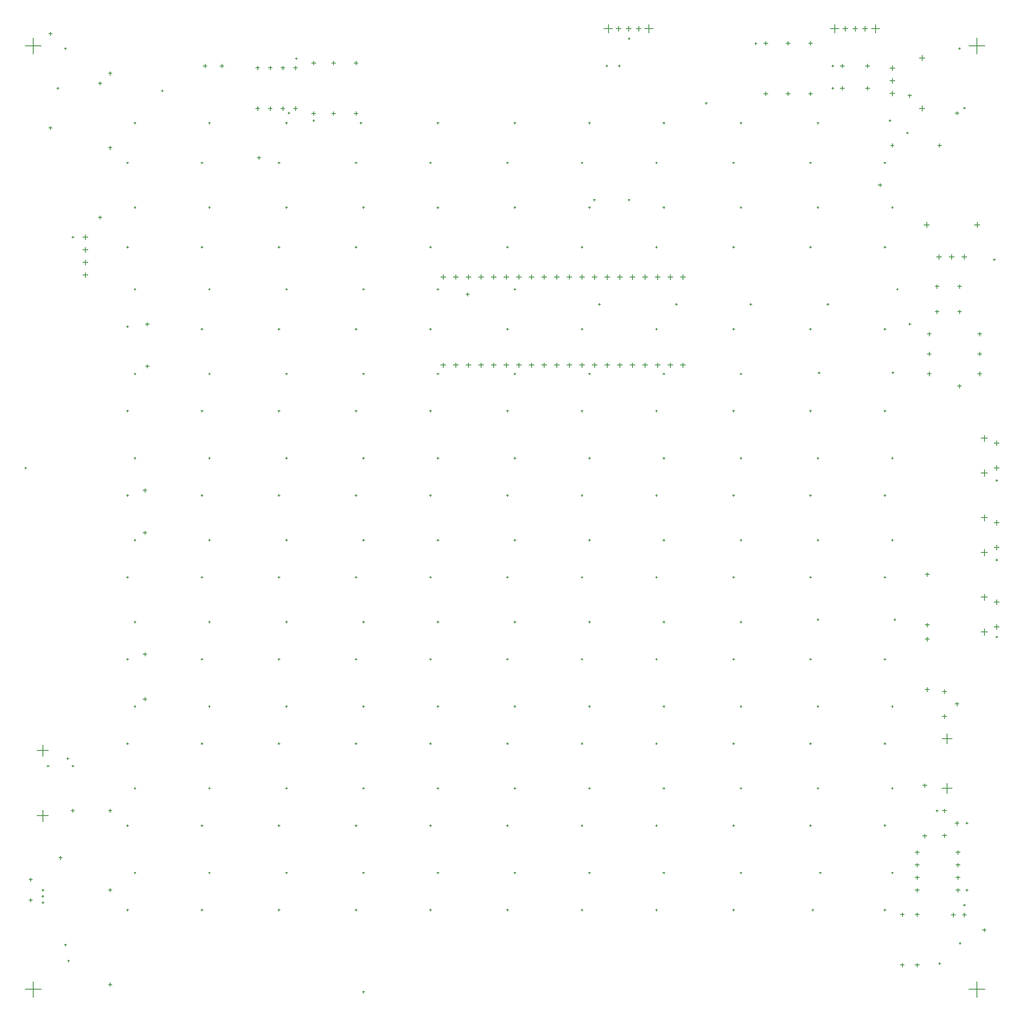
<source format=gbr>
%TF.GenerationSoftware,Altium Limited,Altium Designer,24.5.1 (21)*%
G04 Layer_Color=128*
%FSLAX45Y45*%
%MOMM*%
%TF.SameCoordinates,D7596F51-2DA0-4622-90E6-AC5F46AEA47A*%
%TF.FilePolarity,Positive*%
%TF.FileFunction,Drillmap*%
%TF.Part,Single*%
G01*
G75*
%TA.AperFunction,NonConductor*%
%ADD87C,0.12700*%
D87*
X18409991Y3592000D02*
X18489992D01*
X18449992Y3552000D02*
Y3632000D01*
X18410008Y4608000D02*
X18490009D01*
X18450008Y4568000D02*
Y4648000D01*
X579500Y5312000D02*
X809500D01*
X694500Y5197000D02*
Y5427000D01*
X579500Y3998000D02*
X809500D01*
X694500Y3883000D02*
Y4113000D01*
X18502000Y12900008D02*
X18582001D01*
X18542000Y12860008D02*
Y12940009D01*
X19517999Y12899992D02*
X19598000D01*
X19558000Y12859991D02*
Y12939992D01*
X19110001Y14150000D02*
X19189999D01*
X19150000Y14110001D02*
Y14189999D01*
X19110001Y14658000D02*
X19189999D01*
X19150000Y14617999D02*
Y14698000D01*
X18660001Y14150000D02*
X18739999D01*
X18699998Y14110001D02*
Y14189999D01*
X18660001Y14658000D02*
X18739999D01*
X18699998Y14617999D02*
Y14698000D01*
X18692000Y15249998D02*
X18792000D01*
X18742000Y15200000D02*
Y15299998D01*
X18946001Y15250000D02*
X19045999D01*
X18996001Y15200000D02*
Y15300000D01*
X19200000Y15250000D02*
X19299998D01*
X19250000Y15200000D02*
Y15300000D01*
X18437000Y15900000D02*
X18546999D01*
X18492000Y15845000D02*
Y15955000D01*
X19453000Y15900000D02*
X19563000D01*
X19508000Y15845000D02*
Y15955000D01*
X4264999Y19100000D02*
X4334999D01*
X4299999Y19064999D02*
Y19135001D01*
X3926000Y19100000D02*
X3995999D01*
X3960999Y19064999D02*
Y19135001D01*
X18985725Y2003956D02*
X19065726D01*
X19025726Y1963956D02*
Y2043956D01*
X19210725Y2003956D02*
X19290726D01*
X19250726Y1963956D02*
Y2043956D01*
X12814999Y19850000D02*
X12984999D01*
X12899998Y19764999D02*
Y19935001D01*
X11994999Y19850000D02*
X12164999D01*
X12079999Y19764999D02*
Y19935001D01*
X12239999Y19850000D02*
X12339999D01*
X12289999Y19800000D02*
Y19900000D01*
X12439999Y19850000D02*
X12539999D01*
X12489999Y19800000D02*
Y19900000D01*
X12639999Y19850000D02*
X12739999D01*
X12689999Y19800000D02*
Y19900000D01*
X6509992Y18142000D02*
X6589992D01*
X6549992Y18102000D02*
Y18182001D01*
X6510008Y19158000D02*
X6590008D01*
X6550008Y19117999D02*
Y19198000D01*
X6960000Y19158000D02*
X7040000D01*
X7000000Y19117999D02*
Y19198000D01*
X6960000Y18142000D02*
X7040000D01*
X7000000Y18102000D02*
Y18182001D01*
X18800000Y5550000D02*
X19000000D01*
X18900000Y5450000D02*
Y5650000D01*
X18800000Y4550000D02*
X19000000D01*
X18900000Y4450000D02*
Y4650000D01*
X18260001Y3262000D02*
X18339999D01*
X18300000Y3222000D02*
Y3302000D01*
X18260001Y2754000D02*
X18339999D01*
X18300000Y2714000D02*
Y2794000D01*
X18260001Y2500000D02*
X18339999D01*
X18300000Y2460000D02*
Y2540000D01*
X18260001Y3008000D02*
X18339999D01*
X18300000Y2968000D02*
Y3048000D01*
X19080000Y2499000D02*
X19160001D01*
X19120000Y2459000D02*
Y2539000D01*
X19080000Y3262000D02*
X19160001D01*
X19120000Y3222000D02*
Y3302000D01*
X19080000Y2754000D02*
X19160001D01*
X19120000Y2714000D02*
Y2794000D01*
X19080000Y3008000D02*
X19160001D01*
X19120000Y2968000D02*
Y3048000D01*
X18460001Y7842000D02*
X18539999D01*
X18500000Y7802000D02*
Y7882000D01*
X18460001Y8858000D02*
X18539999D01*
X18500000Y8818000D02*
Y8898000D01*
X17375002Y19850000D02*
X17545000D01*
X17460001Y19764999D02*
Y19935001D01*
X16555000Y19850000D02*
X16725000D01*
X16639999Y19764999D02*
Y19935001D01*
X16800000Y19850000D02*
X16900000D01*
X16850000Y19800000D02*
Y19900000D01*
X17000002Y19850000D02*
X17100000D01*
X17050000Y19800000D02*
Y19900000D01*
X17200000Y19850000D02*
X17300000D01*
X17250000Y19800000D02*
Y19900000D01*
X17260001Y19100000D02*
X17339999D01*
X17300000Y19060001D02*
Y19139999D01*
X16752000Y19100000D02*
X16832001D01*
X16792000Y19060001D02*
Y19139999D01*
X17260001Y18650000D02*
X17339999D01*
X17300000Y18610001D02*
Y18689999D01*
X16752000Y18650000D02*
X16832001D01*
X16792000Y18610001D02*
Y18689999D01*
X18345000Y19258000D02*
X18455000D01*
X18400000Y19203000D02*
Y19313000D01*
X18345000Y18242000D02*
X18455000D01*
X18400000Y18187000D02*
Y18297000D01*
X17750000Y18800000D02*
X17850000D01*
X17800000Y18750000D02*
Y18850000D01*
X17750000Y19053999D02*
X17850000D01*
X17800000Y19003999D02*
Y19103999D01*
X17750000Y18546001D02*
X17850000D01*
X17800000Y18496001D02*
Y18596001D01*
X13027229Y14849657D02*
X13127229D01*
X13077229Y14799657D02*
Y14899657D01*
X12773230Y14849657D02*
X12873230D01*
X12823230Y14799657D02*
Y14899657D01*
X12519230Y14849657D02*
X12619230D01*
X12569230Y14799657D02*
Y14899657D01*
X12265230Y14849657D02*
X12365230D01*
X12315230Y14799657D02*
Y14899657D01*
X13028000Y13073001D02*
X13127998D01*
X13077998Y13023001D02*
Y13123000D01*
X12773999Y13073001D02*
X12873999D01*
X12823999Y13023001D02*
Y13123001D01*
X12520000Y13073001D02*
X12620000D01*
X12570000Y13023001D02*
Y13123000D01*
X12266000Y13073001D02*
X12366000D01*
X12316000Y13023001D02*
Y13123000D01*
X12012000Y13073001D02*
X12112000D01*
X12062000Y13023001D02*
Y13123000D01*
X11758000Y13073001D02*
X11857999D01*
X11807999Y13023001D02*
Y13123000D01*
X11504000Y13073001D02*
X11603999D01*
X11553999Y13023001D02*
Y13123000D01*
X8710000Y14850000D02*
X8810000D01*
X8760000Y14800000D02*
Y14900000D01*
X8964000Y14850000D02*
X9064000D01*
X9014000Y14800000D02*
Y14900000D01*
X9218000Y14850000D02*
X9318000D01*
X9268000Y14800000D02*
Y14900000D01*
X9472000Y14850000D02*
X9571999D01*
X9521999Y14800000D02*
Y14900000D01*
X9726000Y14850000D02*
X9826000D01*
X9776000Y14800000D02*
Y14900000D01*
X9980000Y14850000D02*
X10080000D01*
X10030000Y14800000D02*
Y14900000D01*
X10234000Y14850000D02*
X10334000D01*
X10284000Y14800000D02*
Y14900000D01*
X10742000Y14850000D02*
X10841999D01*
X10791999Y14800000D02*
Y14900000D01*
X8710001Y13073001D02*
X8810000D01*
X8760001Y13023001D02*
Y13123000D01*
X8964000Y13073001D02*
X9063999D01*
X9013999Y13023001D02*
Y13123000D01*
X9218000Y13073001D02*
X9317999D01*
X9267999Y13023001D02*
Y13123000D01*
X9726000Y13073001D02*
X9826000D01*
X9776000Y13023001D02*
Y13123000D01*
X10234000Y13073001D02*
X10334000D01*
X10284000Y13023001D02*
Y13123000D01*
X10488000Y13073001D02*
X10588000D01*
X10538000Y13023001D02*
Y13123000D01*
X10742000Y13073001D02*
X10841999D01*
X10791999Y13023001D02*
Y13123000D01*
X10996000Y13073001D02*
X11096000D01*
X11046000Y13023001D02*
Y13123000D01*
X11250000Y13073001D02*
X11349999D01*
X11299999Y13023001D02*
Y13123000D01*
X11504000Y14850000D02*
X11604000D01*
X11554000Y14800000D02*
Y14900000D01*
X10996000Y14850000D02*
X11096000D01*
X11046000Y14800000D02*
Y14900000D01*
X11250000Y14850000D02*
X11350000D01*
X11300000Y14800000D02*
Y14900000D01*
X11757230Y14849657D02*
X11857230D01*
X11807230Y14799657D02*
Y14899657D01*
X12011230Y14849657D02*
X12111230D01*
X12061230Y14799657D02*
Y14899657D01*
X10488000Y14850000D02*
X10588000D01*
X10538000Y14800000D02*
Y14900000D01*
X13536000Y13073001D02*
X13635999D01*
X13585999Y13023001D02*
Y13123000D01*
X13535229Y14849657D02*
X13635229D01*
X13585229Y14799657D02*
Y14899657D01*
X13281230Y14849657D02*
X13381230D01*
X13331230Y14799657D02*
Y14899657D01*
X9472000Y13073001D02*
X9571999D01*
X9521999Y13023001D02*
Y13123000D01*
X13282001Y13073001D02*
X13382001D01*
X13332001Y13023001D02*
Y13123000D01*
X9980000Y13073001D02*
X10080000D01*
X10030000Y13023001D02*
Y13123000D01*
X16110008Y19558000D02*
X16190009D01*
X16150008Y19517999D02*
Y19598000D01*
X16109991Y18542000D02*
X16189992D01*
X16149992Y18502000D02*
Y18582001D01*
X15659991Y18542000D02*
X15739992D01*
X15699992Y18502000D02*
Y18582001D01*
X15660008Y19558000D02*
X15740009D01*
X15700008Y19517999D02*
Y19598000D01*
X15209991Y18542000D02*
X15289992D01*
X15249992Y18502000D02*
Y18582001D01*
X15210008Y19558000D02*
X15290009D01*
X15250008Y19517999D02*
Y19598000D01*
X19060001Y6250000D02*
X19139999D01*
X19100000Y6210000D02*
Y6290000D01*
X18810001Y6000000D02*
X18889999D01*
X18850000Y5960000D02*
Y6040000D01*
X18810001Y6500000D02*
X18889999D01*
X18850000Y6460000D02*
Y6540000D01*
X17959991Y992000D02*
X18039992D01*
X17999992Y952000D02*
Y1032000D01*
X17960008Y2008000D02*
X18040009D01*
X18000008Y1968000D02*
Y2048000D01*
X18259991Y992000D02*
X18339992D01*
X18299992Y952000D02*
Y1032000D01*
X18260008Y2008000D02*
X18340009D01*
X18300008Y1968000D02*
Y2047999D01*
X18459991Y6542000D02*
X18539992D01*
X18499992Y6502000D02*
Y6582000D01*
X18460008Y7558000D02*
X18540009D01*
X18500008Y7518000D02*
Y7598000D01*
X19060001Y3850000D02*
X19139999D01*
X19100000Y3810000D02*
Y3890000D01*
X18810001Y3600000D02*
X18889999D01*
X18850000Y3560000D02*
Y3640000D01*
X18810001Y4100000D02*
X18889999D01*
X18850000Y4060000D02*
Y4140000D01*
X1500000Y15146001D02*
X1600000D01*
X1550000Y15096001D02*
Y15196001D01*
X1500000Y14892000D02*
X1600000D01*
X1550000Y14842000D02*
Y14942000D01*
X1500000Y15400000D02*
X1600000D01*
X1550000Y15350000D02*
Y15450000D01*
X1500000Y15653999D02*
X1600000D01*
X1550000Y15603999D02*
Y15703999D01*
X19585001Y9300000D02*
X19714999D01*
X19650000Y9235000D02*
Y9365000D01*
X19585001Y10000000D02*
X19714999D01*
X19650000Y9935000D02*
Y10065000D01*
X19850000Y9900000D02*
X19950000D01*
X19900000Y9850000D02*
Y9950000D01*
X19850000Y9400000D02*
X19950000D01*
X19900000Y9350000D02*
Y9450000D01*
X19585001Y7700000D02*
X19714999D01*
X19650000Y7635000D02*
Y7765000D01*
X19585001Y8400000D02*
X19714999D01*
X19650000Y8335000D02*
Y8465000D01*
X19850000Y8300000D02*
X19950000D01*
X19900000Y8250000D02*
Y8350000D01*
X19850000Y7800000D02*
X19950000D01*
X19900000Y7750000D02*
Y7850000D01*
X19585001Y10900000D02*
X19714999D01*
X19650000Y10835000D02*
Y10965000D01*
X19585001Y11600000D02*
X19714999D01*
X19650000Y11535000D02*
Y11665000D01*
X19850000Y11500000D02*
X19950000D01*
X19900000Y11450000D02*
Y11550000D01*
X19850000Y11000000D02*
X19950000D01*
X19900000Y10950000D02*
Y11050000D01*
X18502000Y13300008D02*
X18581999D01*
X18541998Y13260008D02*
Y13340009D01*
X19517999Y13299992D02*
X19598000D01*
X19558000Y13259991D02*
Y13339992D01*
X19517999Y13699992D02*
X19598000D01*
X19557999Y13659991D02*
Y13739992D01*
X18502000Y13700008D02*
X18582001D01*
X18542000Y13660008D02*
Y13740009D01*
X6110008Y19158000D02*
X6190008D01*
X6150008Y19117999D02*
Y19198000D01*
X6109992Y18142000D02*
X6189992D01*
X6149992Y18102000D02*
Y18182001D01*
X5233000Y19060001D02*
X5313000D01*
X5273000Y19020000D02*
Y19100000D01*
X5487000Y19060001D02*
X5567000D01*
X5527000Y19020000D02*
Y19100000D01*
X4979000Y19060001D02*
X5059000D01*
X5019000Y19020000D02*
Y19100000D01*
X5742000Y19060001D02*
X5822000D01*
X5782000Y19020000D02*
Y19100000D01*
X5233000Y18239999D02*
X5313000D01*
X5273000Y18200000D02*
Y18280000D01*
X5741000Y18239999D02*
X5821000D01*
X5781000Y18200000D02*
Y18280000D01*
X5487000Y18239999D02*
X5567000D01*
X5527000Y18200000D02*
Y18280000D01*
X4979000Y18239999D02*
X5059000D01*
X5019000Y18200000D02*
Y18280000D01*
X415000Y2715000D02*
X485000D01*
X450000Y2680000D02*
Y2750000D01*
X415000Y2300000D02*
X485000D01*
X450000Y2265000D02*
Y2335000D01*
X340000Y500000D02*
X660000D01*
X500000Y340000D02*
Y660000D01*
X19339999Y19500000D02*
X19660001D01*
X19500000Y19339999D02*
Y19660001D01*
X340000Y19500000D02*
X660000D01*
X500000Y19339999D02*
Y19660001D01*
X19339999Y500000D02*
X19660001D01*
X19500000Y340000D02*
Y660000D01*
X19614439Y1700000D02*
X19685561D01*
X19650000Y1664440D02*
Y1735560D01*
X19114439Y12650000D02*
X19185561D01*
X19150000Y12614440D02*
Y12685560D01*
X9214440Y14500000D02*
X9285560D01*
X9250000Y14464439D02*
Y14535561D01*
X672551Y2377500D02*
X712551D01*
X692551Y2357500D02*
Y2397500D01*
X680000Y2500000D02*
X720000D01*
X700000Y2480000D02*
Y2520000D01*
X680000Y2250000D02*
X720000D01*
X700000Y2230000D02*
Y2270000D01*
X19280000Y2500000D02*
X19320000D01*
X19300000Y2480000D02*
Y2520000D01*
X19280000Y3850000D02*
X19320000D01*
X19300000Y3830000D02*
Y3870000D01*
X18680000Y4100000D02*
X18720000D01*
X18700000Y4080000D02*
Y4120000D01*
X17630000Y10450000D02*
X17670000D01*
X17650000Y10430000D02*
Y10470000D01*
X16130000Y10450000D02*
X16170000D01*
X16150000Y10430000D02*
Y10470000D01*
X14580000Y10450000D02*
X14620000D01*
X14600000Y10430000D02*
Y10470000D01*
X13030000Y10450000D02*
X13070000D01*
X13050000Y10430000D02*
Y10470000D01*
X11530000Y10450000D02*
X11570000D01*
X11550000Y10430000D02*
Y10470000D01*
X10030000Y10450000D02*
X10070000D01*
X10050000Y10430000D02*
Y10470000D01*
X8480000Y10450000D02*
X8520000D01*
X8500000Y10430000D02*
Y10470000D01*
X6980000Y10450000D02*
X7020000D01*
X7000000Y10430000D02*
Y10470000D01*
X5430000Y10450000D02*
X5470000D01*
X5450000Y10430000D02*
Y10470000D01*
X3880000Y10450000D02*
X3920000D01*
X3900000Y10430000D02*
Y10470000D01*
X2380000Y10450000D02*
X2420000D01*
X2400000Y10430000D02*
Y10470000D01*
X19830000Y15200000D02*
X19870000D01*
X19850000Y15180000D02*
Y15220000D01*
X330000Y11000000D02*
X370000D01*
X350000Y10980000D02*
Y11020000D01*
X14030000Y18350000D02*
X14070000D01*
X14050000Y18330000D02*
Y18370000D01*
X3080000Y18600000D02*
X3120000D01*
X3100000Y18580000D02*
Y18620000D01*
X7130000Y450000D02*
X7170000D01*
X7150000Y430000D02*
Y470000D01*
X19130000Y19450000D02*
X19170000D01*
X19150000Y19430000D02*
Y19470000D01*
X19230000Y18250000D02*
X19270000D01*
X19250000Y18230000D02*
Y18270000D01*
X18080000Y17750000D02*
X18120000D01*
X18100000Y17730000D02*
Y17770000D01*
X17630000Y17150000D02*
X17670000D01*
X17650000Y17130000D02*
Y17170000D01*
X16130000Y17150000D02*
X16170000D01*
X16150000Y17130000D02*
Y17170000D01*
X14580000Y17150000D02*
X14620000D01*
X14600000Y17130000D02*
Y17170000D01*
X13030000Y17150000D02*
X13070000D01*
X13050000Y17130000D02*
Y17170000D01*
X11530000Y17150000D02*
X11570000D01*
X11550000Y17130000D02*
Y17170000D01*
X10030000Y17150000D02*
X10070000D01*
X10050000Y17130000D02*
Y17170000D01*
X8480000Y17150000D02*
X8520000D01*
X8500000Y17130000D02*
Y17170000D01*
X6980000Y17150000D02*
X7020000D01*
X7000000Y17130000D02*
Y17170000D01*
X2380000Y15450000D02*
X2420000D01*
X2400000Y15430000D02*
Y15470000D01*
X3880000Y15450000D02*
X3920000D01*
X3900000Y15430000D02*
Y15470000D01*
X5430000Y15450000D02*
X5470000D01*
X5450000Y15430000D02*
Y15470000D01*
X6980000Y15450000D02*
X7020000D01*
X7000000Y15430000D02*
Y15470000D01*
X8480000Y15450000D02*
X8520000D01*
X8500000Y15430000D02*
Y15470000D01*
X10030000Y15450000D02*
X10070000D01*
X10050000Y15430000D02*
Y15470000D01*
X11530000Y15450000D02*
X11570000D01*
X11550000Y15430000D02*
Y15470000D01*
X13030000Y15450000D02*
X13070000D01*
X13050000Y15430000D02*
Y15470000D01*
X14580000Y15450000D02*
X14620000D01*
X14600000Y15430000D02*
Y15470000D01*
X16130000Y15450000D02*
X16170000D01*
X16150000Y15430000D02*
Y15470000D01*
X17630000Y15450000D02*
X17670000D01*
X17650000Y15430000D02*
Y15470000D01*
X18130000Y13900000D02*
X18170000D01*
X18150000Y13880000D02*
Y13920000D01*
X17630000Y13800000D02*
X17670000D01*
X17650000Y13780000D02*
Y13820000D01*
X16130000Y13800000D02*
X16170000D01*
X16150000Y13780000D02*
Y13820000D01*
X14580000Y13800000D02*
X14620000D01*
X14600000Y13780000D02*
Y13820000D01*
X13030000Y13800000D02*
X13070000D01*
X13050000Y13780000D02*
Y13820000D01*
X11530000Y13800000D02*
X11570000D01*
X11550000Y13780000D02*
Y13820000D01*
X10030000Y13800000D02*
X10070000D01*
X10050000Y13780000D02*
Y13820000D01*
X8480000Y13800000D02*
X8520000D01*
X8500000Y13780000D02*
Y13820000D01*
X6980000Y13800000D02*
X7020000D01*
X7000000Y13780000D02*
Y13820000D01*
X5430000Y13800000D02*
X5470000D01*
X5450000Y13780000D02*
Y13820000D01*
X3880000Y13800000D02*
X3920000D01*
X3900000Y13780000D02*
Y13820000D01*
X2380000Y13850000D02*
X2420000D01*
X2400000Y13830000D02*
Y13870000D01*
X2380000Y12150000D02*
X2420000D01*
X2400000Y12130000D02*
Y12170000D01*
X3880000Y12150000D02*
X3920000D01*
X3900000Y12130000D02*
Y12170000D01*
X5430000Y12150000D02*
X5470000D01*
X5450000Y12130000D02*
Y12170000D01*
X6980000Y12150000D02*
X7020000D01*
X7000000Y12130000D02*
Y12170000D01*
X8480000Y12150000D02*
X8520000D01*
X8500000Y12130000D02*
Y12170000D01*
X10030000Y12150000D02*
X10070000D01*
X10050000Y12130000D02*
Y12170000D01*
X11530000Y12150000D02*
X11570000D01*
X11550000Y12130000D02*
Y12170000D01*
X13030000Y12150000D02*
X13070000D01*
X13050000Y12130000D02*
Y12170000D01*
X14580000Y12150000D02*
X14620000D01*
X14600000Y12130000D02*
Y12170000D01*
X16130000Y12150000D02*
X16170000D01*
X16150000Y12130000D02*
Y12170000D01*
X17630000Y12150000D02*
X17670000D01*
X17650000Y12130000D02*
Y12170000D01*
X17630000Y8800000D02*
X17670000D01*
X17650000Y8780000D02*
Y8820000D01*
X16130000Y8800000D02*
X16170000D01*
X16150000Y8780000D02*
Y8820000D01*
X14580000Y8800000D02*
X14620000D01*
X14600000Y8780000D02*
Y8820000D01*
X13030000Y8800000D02*
X13070000D01*
X13050000Y8780000D02*
Y8820000D01*
X11530000Y8800000D02*
X11570000D01*
X11550000Y8780000D02*
Y8820000D01*
X10030000Y8800000D02*
X10070000D01*
X10050000Y8780000D02*
Y8820000D01*
X8480000Y8800000D02*
X8520000D01*
X8500000Y8780000D02*
Y8820000D01*
X6980000Y8800000D02*
X7020000D01*
X7000000Y8780000D02*
Y8820000D01*
X5430000Y8800000D02*
X5470000D01*
X5450000Y8780000D02*
Y8820000D01*
X3880000Y8800000D02*
X3920000D01*
X3900000Y8780000D02*
Y8820000D01*
X2380000Y8800000D02*
X2420000D01*
X2400000Y8780000D02*
Y8820000D01*
X2380000Y7150000D02*
X2420000D01*
X2400000Y7130000D02*
Y7170000D01*
X3880000Y7150000D02*
X3920000D01*
X3900000Y7130000D02*
Y7170000D01*
X5430000Y7150000D02*
X5470000D01*
X5450000Y7130000D02*
Y7170000D01*
X6980000Y7150000D02*
X7020000D01*
X7000000Y7130000D02*
Y7170000D01*
X8480000Y7150000D02*
X8520000D01*
X8500000Y7130000D02*
Y7170000D01*
X10030000Y7150000D02*
X10070000D01*
X10050000Y7130000D02*
Y7170000D01*
X11530000Y7150000D02*
X11570000D01*
X11550000Y7130000D02*
Y7170000D01*
X13030000Y7150000D02*
X13070000D01*
X13050000Y7130000D02*
Y7170000D01*
X14580000Y7150000D02*
X14620000D01*
X14600000Y7130000D02*
Y7170000D01*
X16130000Y7150000D02*
X16170000D01*
X16150000Y7130000D02*
Y7170000D01*
X17630000Y7150000D02*
X17670000D01*
X17650000Y7130000D02*
Y7170000D01*
X17630000Y5450000D02*
X17670000D01*
X17650000Y5430000D02*
Y5470000D01*
X16130000Y5450000D02*
X16170000D01*
X16150000Y5430000D02*
Y5470000D01*
X14580000Y5450000D02*
X14620000D01*
X14600000Y5430000D02*
Y5470000D01*
X13030000Y5450000D02*
X13070000D01*
X13050000Y5430000D02*
Y5470000D01*
X11530000Y5450000D02*
X11570000D01*
X11550000Y5430000D02*
Y5470000D01*
X10030000Y5450000D02*
X10070000D01*
X10050000Y5430000D02*
Y5470000D01*
X8480000Y5450000D02*
X8520000D01*
X8500000Y5430000D02*
Y5470000D01*
X6980000Y5450000D02*
X7020000D01*
X7000000Y5430000D02*
Y5470000D01*
X5430000Y5450000D02*
X5470000D01*
X5450000Y5430000D02*
Y5470000D01*
X3880000Y5450000D02*
X3920000D01*
X3900000Y5430000D02*
Y5470000D01*
X2380000Y5450000D02*
X2420000D01*
X2400000Y5430000D02*
Y5470000D01*
X2380000Y3800000D02*
X2420000D01*
X2400000Y3780000D02*
Y3820000D01*
X3880000Y3800000D02*
X3920000D01*
X3900000Y3780000D02*
Y3820000D01*
X5430000Y3800000D02*
X5470000D01*
X5450000Y3780000D02*
Y3820000D01*
X6980000Y3800000D02*
X7020000D01*
X7000000Y3780000D02*
Y3820000D01*
X8480000Y3800000D02*
X8520000D01*
X8500000Y3780000D02*
Y3820000D01*
X10030000Y3800000D02*
X10070000D01*
X10050000Y3780000D02*
Y3820000D01*
X11530000Y3800000D02*
X11570000D01*
X11550000Y3780000D02*
Y3820000D01*
X13030000Y3800000D02*
X13070000D01*
X13050000Y3780000D02*
Y3820000D01*
X14580000Y3800000D02*
X14620000D01*
X14600000Y3780000D02*
Y3820000D01*
X16130000Y3800000D02*
X16170000D01*
X16150000Y3780000D02*
Y3820000D01*
X17630713Y3801839D02*
X17670712D01*
X17650713Y3781839D02*
Y3821839D01*
X18730000Y1023575D02*
X18770000D01*
X18750000Y1003575D02*
Y1043575D01*
X17630000Y2100000D02*
X17670000D01*
X17650000Y2080000D02*
Y2120000D01*
X16180000Y2100000D02*
X16220000D01*
X16200000Y2080000D02*
Y2120000D01*
X14580000Y2100000D02*
X14620000D01*
X14600000Y2080000D02*
Y2120000D01*
X13030000Y2100000D02*
X13070000D01*
X13050000Y2080000D02*
Y2120000D01*
X11530000Y2100000D02*
X11570000D01*
X11550000Y2080000D02*
Y2120000D01*
X10030000Y2100000D02*
X10070000D01*
X10050000Y2080000D02*
Y2120000D01*
X8480000Y2100000D02*
X8520000D01*
X8500000Y2080000D02*
Y2120000D01*
X6980000Y2100000D02*
X7020000D01*
X7000000Y2080000D02*
Y2120000D01*
X5430000Y2100000D02*
X5470000D01*
X5450000Y2080000D02*
Y2120000D01*
X3880000Y2100000D02*
X3920000D01*
X3900000Y2080000D02*
Y2120000D01*
X2380000Y2100000D02*
X2420000D01*
X2400000Y2080000D02*
Y2120000D01*
X1192227Y1077746D02*
X1232227D01*
X1212227Y1057746D02*
Y1097746D01*
X1130000Y1400000D02*
X1170000D01*
X1150000Y1380000D02*
Y1420000D01*
X1180000Y5150000D02*
X1220000D01*
X1200000Y5130000D02*
Y5170000D01*
X1280000Y5000000D02*
X1320000D01*
X1300000Y4980000D02*
Y5020000D01*
X780000Y5000000D02*
X820000D01*
X800000Y4980000D02*
Y5020000D01*
X19142451Y1430729D02*
X19182451D01*
X19162451Y1410729D02*
Y1450729D01*
X19230000Y2200000D02*
X19270000D01*
X19250000Y2180000D02*
Y2220000D01*
X17780000Y2850000D02*
X17820000D01*
X17800000Y2830000D02*
Y2870000D01*
X16330000Y2850000D02*
X16370000D01*
X16350000Y2830000D02*
Y2870000D01*
X14730000Y2850000D02*
X14770000D01*
X14750000Y2830000D02*
Y2870000D01*
X13180000Y2850000D02*
X13220000D01*
X13200000Y2830000D02*
Y2870000D01*
X11680000Y2850000D02*
X11720000D01*
X11700000Y2830000D02*
Y2870000D01*
X10180000Y2850000D02*
X10220000D01*
X10200000Y2830000D02*
Y2870000D01*
X8630000Y2850000D02*
X8670000D01*
X8650000Y2830000D02*
Y2870000D01*
X7130000Y2850000D02*
X7170000D01*
X7150000Y2830000D02*
Y2870000D01*
X5580000Y2850000D02*
X5620000D01*
X5600000Y2830000D02*
Y2870000D01*
X4030000Y2850000D02*
X4070000D01*
X4050000Y2830000D02*
Y2870000D01*
X2530000Y2850000D02*
X2570000D01*
X2550000Y2830000D02*
Y2870000D01*
X2530000Y4550000D02*
X2570000D01*
X2550000Y4530000D02*
Y4570000D01*
X4030000Y4550000D02*
X4070000D01*
X4050000Y4530000D02*
Y4570000D01*
X5580000Y4550000D02*
X5620000D01*
X5600000Y4530000D02*
Y4570000D01*
X7130000Y4550000D02*
X7170000D01*
X7150000Y4530000D02*
Y4570000D01*
X8630000Y4550000D02*
X8670000D01*
X8650000Y4530000D02*
Y4570000D01*
X10180000Y4550000D02*
X10220000D01*
X10200000Y4530000D02*
Y4570000D01*
X11680000Y4550000D02*
X11720000D01*
X11700000Y4530000D02*
Y4570000D01*
X13180000Y4550000D02*
X13220000D01*
X13200000Y4530000D02*
Y4570000D01*
X14730000Y4550000D02*
X14770000D01*
X14750000Y4530000D02*
Y4570000D01*
X16280000Y4550000D02*
X16320000D01*
X16300000Y4530000D02*
Y4570000D01*
X17780000Y4550000D02*
X17820000D01*
X17800000Y4530000D02*
Y4570000D01*
X17780000Y6200000D02*
X17820000D01*
X17800000Y6180000D02*
Y6220000D01*
X16280000Y6200000D02*
X16320000D01*
X16300000Y6180000D02*
Y6220000D01*
X14730000Y6200000D02*
X14770000D01*
X14750000Y6180000D02*
Y6220000D01*
X13180000Y6200000D02*
X13220000D01*
X13200000Y6180000D02*
Y6220000D01*
X11680000Y6200000D02*
X11720000D01*
X11700000Y6180000D02*
Y6220000D01*
X10180000Y6200000D02*
X10220000D01*
X10200000Y6180000D02*
Y6220000D01*
X8630000Y6200000D02*
X8670000D01*
X8650000Y6180000D02*
Y6220000D01*
X7130000Y6200000D02*
X7170000D01*
X7150000Y6180000D02*
Y6220000D01*
X5580000Y6200000D02*
X5620000D01*
X5600000Y6180000D02*
Y6220000D01*
X4030000Y6200000D02*
X4070000D01*
X4050000Y6180000D02*
Y6220000D01*
X2530000Y6200000D02*
X2570000D01*
X2550000Y6180000D02*
Y6220000D01*
X2714440Y6350000D02*
X2785560D01*
X2750000Y6314440D02*
Y6385560D01*
X17830000Y7950000D02*
X17870000D01*
X17850000Y7930000D02*
Y7970000D01*
X16280000Y7950000D02*
X16320000D01*
X16300000Y7930000D02*
Y7970000D01*
X14730000Y7900000D02*
X14770000D01*
X14750000Y7880000D02*
Y7920000D01*
X13180000Y7900000D02*
X13220000D01*
X13200000Y7880000D02*
Y7920000D01*
X11680000Y7900000D02*
X11720000D01*
X11700000Y7880000D02*
Y7920000D01*
X10180000Y7900000D02*
X10220000D01*
X10200000Y7880000D02*
Y7920000D01*
X8630000Y7900000D02*
X8670000D01*
X8650000Y7880000D02*
Y7920000D01*
X7130000Y7900000D02*
X7170000D01*
X7150000Y7880000D02*
Y7920000D01*
X5580000Y7900000D02*
X5620000D01*
X5600000Y7880000D02*
Y7920000D01*
X4030000Y7900000D02*
X4070000D01*
X4050000Y7880000D02*
Y7920000D01*
X2530000Y7900000D02*
X2570000D01*
X2550000Y7880000D02*
Y7920000D01*
X2530000Y9550000D02*
X2570000D01*
X2550000Y9530000D02*
Y9570000D01*
X2714440Y9700000D02*
X2785560D01*
X2750000Y9664440D02*
Y9735560D01*
X4030000Y9550000D02*
X4070000D01*
X4050000Y9530000D02*
Y9570000D01*
X5580000Y9550000D02*
X5620000D01*
X5600000Y9530000D02*
Y9570000D01*
X7130000Y9550000D02*
X7170000D01*
X7150000Y9530000D02*
Y9570000D01*
X8630000Y9550000D02*
X8670000D01*
X8650000Y9530000D02*
Y9570000D01*
X10180000Y9550000D02*
X10220000D01*
X10200000Y9530000D02*
Y9570000D01*
X11680000Y9550000D02*
X11720000D01*
X11700000Y9530000D02*
Y9570000D01*
X13180000Y9550000D02*
X13220000D01*
X13200000Y9530000D02*
Y9570000D01*
X14730000Y9550000D02*
X14770000D01*
X14750000Y9530000D02*
Y9570000D01*
X16280000Y9550000D02*
X16320000D01*
X16300000Y9530000D02*
Y9570000D01*
X17780000Y9550000D02*
X17820000D01*
X17800000Y9530000D02*
Y9570000D01*
X17780000Y11200000D02*
X17820000D01*
X17800000Y11180000D02*
Y11220000D01*
X16280000Y11200000D02*
X16320000D01*
X16300000Y11180000D02*
Y11220000D01*
X14730000Y11200000D02*
X14770000D01*
X14750000Y11180000D02*
Y11220000D01*
X13180000Y11200000D02*
X13220000D01*
X13200000Y11180000D02*
Y11220000D01*
X11680000Y11200000D02*
X11720000D01*
X11700000Y11180000D02*
Y11220000D01*
X10180000Y11200000D02*
X10220000D01*
X10200000Y11180000D02*
Y11220000D01*
X8630000Y11200000D02*
X8670000D01*
X8650000Y11180000D02*
Y11220000D01*
X7130000Y11200000D02*
X7170000D01*
X7150000Y11180000D02*
Y11220000D01*
X5580000Y11200000D02*
X5620000D01*
X5600000Y11180000D02*
Y11220000D01*
X4030000Y11200000D02*
X4070000D01*
X4050000Y11180000D02*
Y11220000D01*
X2530000Y11200000D02*
X2570000D01*
X2550000Y11180000D02*
Y11220000D01*
X2530000Y12900000D02*
X2570000D01*
X2550000Y12880000D02*
Y12920000D01*
X4030000Y12900000D02*
X4070000D01*
X4050000Y12880000D02*
Y12920000D01*
X5580000Y12900000D02*
X5620000D01*
X5600000Y12880000D02*
Y12920000D01*
X7130000Y12900000D02*
X7170000D01*
X7150000Y12880000D02*
Y12920000D01*
X8630000Y12900000D02*
X8670000D01*
X8650000Y12880000D02*
Y12920000D01*
X10180000Y12900000D02*
X10220000D01*
X10200000Y12880000D02*
Y12920000D01*
X11680000Y12900000D02*
X11720000D01*
X11700000Y12880000D02*
Y12920000D01*
X13180000Y12900000D02*
X13220000D01*
X13200000Y12880000D02*
Y12920000D01*
X14730000Y12900000D02*
X14770000D01*
X14750000Y12880000D02*
Y12920000D01*
X16302885Y12917149D02*
X16342886D01*
X16322887Y12897150D02*
Y12937149D01*
X17789680Y12922888D02*
X17829680D01*
X17809680Y12902888D02*
Y12942888D01*
X17880000Y14600000D02*
X17920000D01*
X17900000Y14580000D02*
Y14620000D01*
X16480000Y14300000D02*
X16520000D01*
X16500000Y14280000D02*
Y14320000D01*
X14930000Y14300000D02*
X14970000D01*
X14950000Y14280000D02*
Y14320000D01*
X11880000Y14300000D02*
X11920000D01*
X11900000Y14280000D02*
Y14320000D01*
X10180000Y14600000D02*
X10220000D01*
X10200000Y14580000D02*
Y14620000D01*
X8630000Y14600000D02*
X8670000D01*
X8650000Y14580000D02*
Y14620000D01*
X7130000Y14600000D02*
X7170000D01*
X7150000Y14580000D02*
Y14620000D01*
X5580000Y14600000D02*
X5620000D01*
X5600000Y14580000D02*
Y14620000D01*
X4030000Y14600000D02*
X4070000D01*
X4050000Y14580000D02*
Y14620000D01*
X2530000Y14600000D02*
X2570000D01*
X2550000Y14580000D02*
Y14620000D01*
X2530000Y16250000D02*
X2570000D01*
X2550000Y16230000D02*
Y16270000D01*
X4030000Y16250000D02*
X4070000D01*
X4050000Y16230000D02*
Y16270000D01*
X5580000Y16250000D02*
X5620000D01*
X5600000Y16230000D02*
Y16270000D01*
X7130000Y16250000D02*
X7170000D01*
X7150000Y16230000D02*
Y16270000D01*
X8630672Y16246658D02*
X8670672D01*
X8650672Y16226659D02*
Y16266658D01*
X10180000Y16250000D02*
X10220000D01*
X10200000Y16230000D02*
Y16270000D01*
X11680000Y16250000D02*
X11720000D01*
X11700000Y16230000D02*
Y16270000D01*
X11780000Y16400000D02*
X11820000D01*
X11800000Y16380000D02*
Y16420000D01*
X12480000Y16400000D02*
X12520000D01*
X12500000Y16380000D02*
Y16420000D01*
X13180000Y16250000D02*
X13220000D01*
X13200000Y16230000D02*
Y16270000D01*
X14730000Y16250000D02*
X14770000D01*
X14750000Y16230000D02*
Y16270000D01*
X16280000Y16250000D02*
X16320000D01*
X16300000Y16230000D02*
Y16270000D01*
X17780000Y16250000D02*
X17820000D01*
X17800000Y16230000D02*
Y16270000D01*
X17730000Y18000000D02*
X17770000D01*
X17750000Y17980000D02*
Y18020000D01*
X16280000Y17950000D02*
X16320000D01*
X16300000Y17930000D02*
Y17970000D01*
X14730000Y17950000D02*
X14770000D01*
X14750000Y17930000D02*
Y17970000D01*
X13180000Y17950000D02*
X13220000D01*
X13200000Y17930000D02*
Y17970000D01*
X11680000Y17950000D02*
X11720000D01*
X11700000Y17930000D02*
Y17970000D01*
X10180000Y17950000D02*
X10220000D01*
X10200000Y17930000D02*
Y17970000D01*
X8630000Y17950000D02*
X8670000D01*
X8650000Y17930000D02*
Y17970000D01*
X7080000Y17950000D02*
X7120000D01*
X7100000Y17930000D02*
Y17970000D01*
X5580000Y17950000D02*
X5620000D01*
X5600000Y17930000D02*
Y17970000D01*
X4030000Y17950000D02*
X4070000D01*
X4050000Y17930000D02*
Y17970000D01*
X2530000Y17950000D02*
X2570000D01*
X2550000Y17930000D02*
Y17970000D01*
X5430000Y17150000D02*
X5470000D01*
X5450000Y17130000D02*
Y17170000D01*
X3880000Y17150000D02*
X3920000D01*
X3900000Y17130000D02*
Y17170000D01*
X1014440Y3150000D02*
X1085560D01*
X1050000Y3114440D02*
Y3185560D01*
X814440Y17850000D02*
X885560D01*
X850000Y17814439D02*
Y17885561D01*
X814440Y19750000D02*
X885560D01*
X850000Y19714439D02*
Y19785561D01*
X2380000Y17150000D02*
X2420000D01*
X2400000Y17130000D02*
Y17170000D01*
X980000Y18650000D02*
X1020000D01*
X1000000Y18630000D02*
Y18670000D01*
X1130000Y19450000D02*
X1170000D01*
X1150000Y19430000D02*
Y19470000D01*
X5014440Y17250000D02*
X5085560D01*
X5050000Y17214439D02*
Y17285561D01*
X2764440Y13050000D02*
X2835560D01*
X2800000Y13014439D02*
Y13085561D01*
X2764440Y13900000D02*
X2835560D01*
X2800000Y13864439D02*
Y13935561D01*
X2714440Y10550000D02*
X2785560D01*
X2750000Y10514440D02*
Y10585560D01*
X2714440Y7250000D02*
X2785560D01*
X2750000Y7214440D02*
Y7285560D01*
X2014440Y2500000D02*
X2085560D01*
X2050000Y2464440D02*
Y2535560D01*
X2014440Y600000D02*
X2085560D01*
X2050000Y564440D02*
Y635560D01*
X19064439Y18150000D02*
X19135561D01*
X19100000Y18114439D02*
Y18185561D01*
X1264440Y4100000D02*
X1335560D01*
X1300000Y4064440D02*
Y4135560D01*
X2014440Y4100000D02*
X2085560D01*
X2050000Y4064440D02*
Y4135560D01*
X1814440Y18750000D02*
X1885560D01*
X1850000Y18714439D02*
Y18785561D01*
X1814440Y16050000D02*
X1885560D01*
X1850000Y16014439D02*
Y16085561D01*
X2014440Y18950000D02*
X2085560D01*
X2050000Y18914439D02*
Y18985561D01*
X2014440Y17450000D02*
X2085560D01*
X2050000Y17414439D02*
Y17485561D01*
X18114439Y18500000D02*
X18185561D01*
X18150000Y18464439D02*
Y18535561D01*
X18714439Y17500000D02*
X18785561D01*
X18750000Y17464439D02*
Y17535561D01*
X17764439Y17500000D02*
X17835561D01*
X17800000Y17464439D02*
Y17535561D01*
X17514439Y16700000D02*
X17585561D01*
X17550000Y16664439D02*
Y16735561D01*
X12280000Y19100000D02*
X12320000D01*
X12300000Y19080000D02*
Y19120000D01*
X13430000Y14300000D02*
X13470000D01*
X13450000Y14280000D02*
Y14320000D01*
X19880000Y7600000D02*
X19920000D01*
X19900000Y7580000D02*
Y7620000D01*
X19880000Y9150000D02*
X19920000D01*
X19900000Y9130000D02*
Y9170000D01*
X19880000Y10750000D02*
X19920000D01*
X19900000Y10730000D02*
Y10770000D01*
X12030000Y19100000D02*
X12070000D01*
X12050000Y19080000D02*
Y19120000D01*
X16580000Y18650000D02*
X16620000D01*
X16600000Y18630000D02*
Y18670000D01*
X15030000Y19550000D02*
X15070000D01*
X15050000Y19530000D02*
Y19570000D01*
X16580000Y19100000D02*
X16620000D01*
X16600000Y19080000D02*
Y19120000D01*
X12480000Y19650000D02*
X12520000D01*
X12500000Y19630000D02*
Y19670000D01*
X1280000Y15650000D02*
X1320000D01*
X1300000Y15630000D02*
Y15670000D01*
X5780000Y19250000D02*
X5820000D01*
X5800000Y19230000D02*
Y19270000D01*
X5630000Y18150000D02*
X5670000D01*
X5650000Y18130000D02*
Y18170000D01*
X6130000Y18000000D02*
X6170000D01*
X6150000Y17980000D02*
Y18020000D01*
%TF.MD5,e53feab94e7fe7241c8b2c1c27f0107b*%
M02*

</source>
